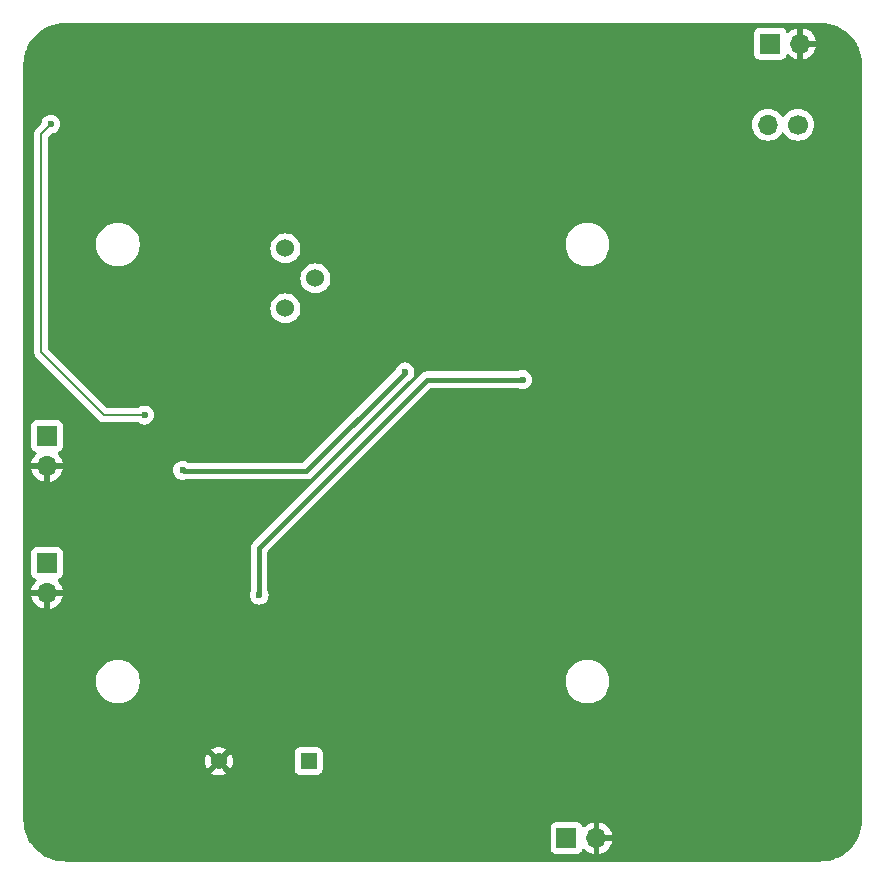
<source format=gbr>
%TF.GenerationSoftware,KiCad,Pcbnew,8.0.0*%
%TF.CreationDate,2024-06-21T16:47:30+05:30*%
%TF.ProjectId,HV_POWER_SUPPLY,48565f50-4f57-4455-925f-535550504c59,rev?*%
%TF.SameCoordinates,Original*%
%TF.FileFunction,Copper,L2,Bot*%
%TF.FilePolarity,Positive*%
%FSLAX46Y46*%
G04 Gerber Fmt 4.6, Leading zero omitted, Abs format (unit mm)*
G04 Created by KiCad (PCBNEW 8.0.0) date 2024-06-21 16:47:30*
%MOMM*%
%LPD*%
G01*
G04 APERTURE LIST*
%TA.AperFunction,ComponentPad*%
%ADD10O,1.700000X1.700000*%
%TD*%
%TA.AperFunction,ComponentPad*%
%ADD11C,1.700000*%
%TD*%
%TA.AperFunction,ComponentPad*%
%ADD12R,1.700000X1.700000*%
%TD*%
%TA.AperFunction,ComponentPad*%
%ADD13C,1.371600*%
%TD*%
%TA.AperFunction,ComponentPad*%
%ADD14R,1.371600X1.371600*%
%TD*%
%TA.AperFunction,ComponentPad*%
%ADD15C,1.524003*%
%TD*%
%TA.AperFunction,ViaPad*%
%ADD16C,0.600000*%
%TD*%
%TA.AperFunction,Conductor*%
%ADD17C,0.406400*%
%TD*%
%TA.AperFunction,Conductor*%
%ADD18C,0.200000*%
%TD*%
G04 APERTURE END LIST*
D10*
%TO.P,U14,2*%
%TO.N,Net-(J3-Pin_1)*%
X118530002Y-47117497D03*
D11*
%TO.P,U14,1,+*%
%TO.N,Net-(U14-+)*%
X121070002Y-47117497D03*
%TD*%
D10*
%TO.P,J1,2,Pin_2*%
%TO.N,GND*%
X104015000Y-107500000D03*
D12*
%TO.P,J1,1,Pin_1*%
%TO.N,IO_VREF*%
X101475000Y-107500000D03*
%TD*%
D10*
%TO.P,J3,2,Pin_2*%
%TO.N,GND*%
X121265000Y-40250000D03*
D12*
%TO.P,J3,1,Pin_1*%
%TO.N,Net-(J3-Pin_1)*%
X118725000Y-40250000D03*
%TD*%
D13*
%TO.P,U16,2,2*%
%TO.N,GND*%
X72033250Y-101000000D03*
D14*
%TO.P,U16,1,1*%
%TO.N,Net-(D4-C)*%
X79633250Y-101000000D03*
%TD*%
D15*
%TO.P,R8,3,3*%
%TO.N,Net-(R10-Pad2)*%
X77679997Y-62670002D03*
%TO.P,R8,2,2*%
%TO.N,/POT_METER*%
X80220003Y-60129997D03*
%TO.P,R8,1,1*%
%TO.N,Net-(R7-Pad2)*%
X77679997Y-57589992D03*
%TD*%
D10*
%TO.P,J4,2,Pin_2*%
%TO.N,GND*%
X57500000Y-76000000D03*
D12*
%TO.P,J4,1,Pin_1*%
%TO.N,/Page 2/HV_PG*%
X57500000Y-73460000D03*
%TD*%
D10*
%TO.P,J2,2,Pin_2*%
%TO.N,GND*%
X57500000Y-86750000D03*
D12*
%TO.P,J2,1,Pin_1*%
%TO.N,SYS_5V*%
X57500000Y-84210000D03*
%TD*%
D16*
%TO.N,GND*%
X112500000Y-66250000D03*
X110900000Y-83900000D03*
X69150000Y-81000000D03*
X74675000Y-65625000D03*
X88300000Y-84300000D03*
X59500000Y-56550000D03*
X84400000Y-100872593D03*
X112500000Y-65050000D03*
X112050000Y-93550000D03*
X88300000Y-83100000D03*
X91000000Y-95373700D03*
X99350000Y-72325121D03*
X84400000Y-84485077D03*
X69300000Y-83000000D03*
X77650000Y-84750000D03*
X59000000Y-92350000D03*
X58300000Y-55350000D03*
X57800000Y-92300000D03*
X112050000Y-94750000D03*
X105100000Y-86075000D03*
X76400000Y-75300000D03*
X113700000Y-65100000D03*
X91650000Y-70200000D03*
X59500000Y-55400000D03*
X89500000Y-84300000D03*
X75750000Y-80400000D03*
X84600000Y-61800000D03*
X113700000Y-66250000D03*
X77950000Y-82175005D03*
X57800000Y-93500000D03*
X58300000Y-56550000D03*
X76500000Y-77500000D03*
X113250000Y-94750000D03*
X89500000Y-83150000D03*
X109752584Y-77797416D03*
X99200000Y-79364999D03*
X96200000Y-82400000D03*
X94050000Y-100550000D03*
X59000000Y-93500000D03*
X86750000Y-104150000D03*
X59200000Y-50100000D03*
X94362500Y-106600000D03*
X113250000Y-93600000D03*
%TO.N,SYS_5V*%
X68975000Y-76375000D03*
X87800000Y-68050000D03*
%TO.N,/SW_NODE*%
X57813799Y-47063799D03*
X65750000Y-71700000D03*
%TO.N,BOOST_EN*%
X75450000Y-86950000D03*
X97750000Y-68700000D03*
%TD*%
D17*
%TO.N,SYS_5V*%
X68975000Y-76375000D02*
X69050000Y-76450000D01*
X69050000Y-76450000D02*
X79450000Y-76450000D01*
X87800000Y-68100000D02*
X87800000Y-68050000D01*
X79450000Y-76450000D02*
X87800000Y-68100000D01*
D18*
%TO.N,/SW_NODE*%
X57000000Y-66400000D02*
X57000000Y-47877598D01*
X62300000Y-71700000D02*
X57000000Y-66400000D01*
X65750000Y-71700000D02*
X62300000Y-71700000D01*
X57000000Y-47877598D02*
X57813799Y-47063799D01*
D17*
%TO.N,BOOST_EN*%
X75450000Y-86950000D02*
X75450000Y-82950000D01*
X75450000Y-82950000D02*
X89700000Y-68700000D01*
X89700000Y-68700000D02*
X97750000Y-68700000D01*
%TD*%
%TA.AperFunction,Conductor*%
%TO.N,GND*%
G36*
X123003032Y-38500648D02*
G01*
X123336929Y-38517052D01*
X123349037Y-38518245D01*
X123452146Y-38533539D01*
X123676699Y-38566849D01*
X123688617Y-38569219D01*
X124009951Y-38649709D01*
X124021588Y-38653240D01*
X124092806Y-38678722D01*
X124333467Y-38764832D01*
X124344688Y-38769479D01*
X124644163Y-38911120D01*
X124654871Y-38916844D01*
X124921074Y-39076400D01*
X124938988Y-39087137D01*
X124949103Y-39093895D01*
X125035092Y-39157669D01*
X125215170Y-39291224D01*
X125224576Y-39298944D01*
X125470013Y-39521395D01*
X125478604Y-39529986D01*
X125665755Y-39736475D01*
X125701055Y-39775423D01*
X125708775Y-39784829D01*
X125906102Y-40050893D01*
X125912862Y-40061011D01*
X126041776Y-40276092D01*
X126083148Y-40345116D01*
X126088883Y-40355844D01*
X126228055Y-40650099D01*
X126230514Y-40655297D01*
X126235170Y-40666540D01*
X126346759Y-40978411D01*
X126350292Y-40990055D01*
X126430777Y-41311369D01*
X126433151Y-41323305D01*
X126481754Y-41650962D01*
X126482947Y-41663071D01*
X126499351Y-41996966D01*
X126499500Y-42003051D01*
X126499500Y-105996948D01*
X126499351Y-106003033D01*
X126482947Y-106336928D01*
X126481754Y-106349037D01*
X126433151Y-106676694D01*
X126430777Y-106688630D01*
X126350292Y-107009944D01*
X126346759Y-107021588D01*
X126235170Y-107333459D01*
X126230514Y-107344702D01*
X126088885Y-107644151D01*
X126083148Y-107654883D01*
X125912862Y-107938988D01*
X125906102Y-107949106D01*
X125708775Y-108215170D01*
X125701055Y-108224576D01*
X125478611Y-108470006D01*
X125470006Y-108478611D01*
X125224576Y-108701055D01*
X125215170Y-108708775D01*
X124949106Y-108906102D01*
X124938988Y-108912862D01*
X124654883Y-109083148D01*
X124644151Y-109088885D01*
X124344702Y-109230514D01*
X124333459Y-109235170D01*
X124021588Y-109346759D01*
X124009944Y-109350292D01*
X123688630Y-109430777D01*
X123676694Y-109433151D01*
X123349037Y-109481754D01*
X123336928Y-109482947D01*
X123021989Y-109498419D01*
X123003031Y-109499351D01*
X122996949Y-109499500D01*
X59003051Y-109499500D01*
X58996968Y-109499351D01*
X58976900Y-109498365D01*
X58663071Y-109482947D01*
X58650962Y-109481754D01*
X58323305Y-109433151D01*
X58311369Y-109430777D01*
X57990055Y-109350292D01*
X57978411Y-109346759D01*
X57666540Y-109235170D01*
X57655301Y-109230515D01*
X57355844Y-109088883D01*
X57345121Y-109083150D01*
X57061011Y-108912862D01*
X57050893Y-108906102D01*
X56784829Y-108708775D01*
X56775423Y-108701055D01*
X56595635Y-108538105D01*
X56529986Y-108478604D01*
X56521395Y-108470013D01*
X56456008Y-108397870D01*
X100124500Y-108397870D01*
X100124501Y-108397876D01*
X100130908Y-108457483D01*
X100181202Y-108592328D01*
X100181206Y-108592335D01*
X100267452Y-108707544D01*
X100267455Y-108707547D01*
X100382664Y-108793793D01*
X100382671Y-108793797D01*
X100517517Y-108844091D01*
X100517516Y-108844091D01*
X100524444Y-108844835D01*
X100577127Y-108850500D01*
X102372872Y-108850499D01*
X102432483Y-108844091D01*
X102567331Y-108793796D01*
X102682546Y-108707546D01*
X102768796Y-108592331D01*
X102818002Y-108460401D01*
X102859872Y-108404468D01*
X102925337Y-108380050D01*
X102993610Y-108394901D01*
X103021865Y-108416053D01*
X103143917Y-108538105D01*
X103337421Y-108673600D01*
X103551507Y-108773429D01*
X103551516Y-108773433D01*
X103765000Y-108830634D01*
X103765000Y-107933012D01*
X103822007Y-107965925D01*
X103949174Y-108000000D01*
X104080826Y-108000000D01*
X104207993Y-107965925D01*
X104265000Y-107933012D01*
X104265000Y-108830633D01*
X104478483Y-108773433D01*
X104478492Y-108773429D01*
X104692578Y-108673600D01*
X104886082Y-108538105D01*
X105053105Y-108371082D01*
X105188600Y-108177578D01*
X105288429Y-107963492D01*
X105288432Y-107963486D01*
X105345636Y-107750000D01*
X104448012Y-107750000D01*
X104480925Y-107692993D01*
X104515000Y-107565826D01*
X104515000Y-107434174D01*
X104480925Y-107307007D01*
X104448012Y-107250000D01*
X105345636Y-107250000D01*
X105345635Y-107249999D01*
X105288432Y-107036513D01*
X105288429Y-107036507D01*
X105188600Y-106822422D01*
X105188599Y-106822420D01*
X105053113Y-106628926D01*
X105053108Y-106628920D01*
X104886082Y-106461894D01*
X104692578Y-106326399D01*
X104478492Y-106226570D01*
X104478486Y-106226567D01*
X104265000Y-106169364D01*
X104265000Y-107066988D01*
X104207993Y-107034075D01*
X104080826Y-107000000D01*
X103949174Y-107000000D01*
X103822007Y-107034075D01*
X103765000Y-107066988D01*
X103765000Y-106169364D01*
X103764999Y-106169364D01*
X103551513Y-106226567D01*
X103551507Y-106226570D01*
X103337422Y-106326399D01*
X103337420Y-106326400D01*
X103143926Y-106461886D01*
X103021865Y-106583947D01*
X102960542Y-106617431D01*
X102890850Y-106612447D01*
X102834917Y-106570575D01*
X102818002Y-106539598D01*
X102768797Y-106407671D01*
X102768793Y-106407664D01*
X102682547Y-106292455D01*
X102682544Y-106292452D01*
X102567335Y-106206206D01*
X102567328Y-106206202D01*
X102432482Y-106155908D01*
X102432483Y-106155908D01*
X102372883Y-106149501D01*
X102372881Y-106149500D01*
X102372873Y-106149500D01*
X102372864Y-106149500D01*
X100577129Y-106149500D01*
X100577123Y-106149501D01*
X100517516Y-106155908D01*
X100382671Y-106206202D01*
X100382664Y-106206206D01*
X100267455Y-106292452D01*
X100267452Y-106292455D01*
X100181206Y-106407664D01*
X100181202Y-106407671D01*
X100130908Y-106542517D01*
X100124501Y-106602116D01*
X100124500Y-106602135D01*
X100124500Y-108397870D01*
X56456008Y-108397870D01*
X56298944Y-108224576D01*
X56291224Y-108215170D01*
X56106371Y-107965925D01*
X56093895Y-107949103D01*
X56087137Y-107938988D01*
X56008031Y-107807007D01*
X55916844Y-107654871D01*
X55911120Y-107644163D01*
X55769479Y-107344688D01*
X55764829Y-107333459D01*
X55755364Y-107307007D01*
X55653240Y-107021588D01*
X55649707Y-107009944D01*
X55569219Y-106688617D01*
X55566848Y-106676694D01*
X55559762Y-106628926D01*
X55518245Y-106349037D01*
X55517052Y-106336927D01*
X55500649Y-106003032D01*
X55500500Y-105996948D01*
X55500500Y-101000000D01*
X70842370Y-101000000D01*
X70862646Y-101218819D01*
X70922788Y-101430200D01*
X70922789Y-101430201D01*
X71020737Y-101626908D01*
X71020744Y-101626920D01*
X71034525Y-101645168D01*
X71605971Y-101073723D01*
X71630876Y-101166669D01*
X71687724Y-101265131D01*
X71768119Y-101345526D01*
X71866581Y-101402374D01*
X71959524Y-101427277D01*
X71390236Y-101996565D01*
X71390237Y-101996566D01*
X71502425Y-102066030D01*
X71502431Y-102066032D01*
X71707351Y-102145418D01*
X71923371Y-102185800D01*
X72143129Y-102185800D01*
X72359147Y-102145418D01*
X72359148Y-102145418D01*
X72564070Y-102066032D01*
X72564071Y-102066031D01*
X72676262Y-101996565D01*
X72413367Y-101733670D01*
X78446950Y-101733670D01*
X78446951Y-101733676D01*
X78453358Y-101793283D01*
X78503652Y-101928128D01*
X78503656Y-101928135D01*
X78589902Y-102043344D01*
X78589905Y-102043347D01*
X78705114Y-102129593D01*
X78705121Y-102129597D01*
X78839967Y-102179891D01*
X78839966Y-102179891D01*
X78846894Y-102180635D01*
X78899577Y-102186300D01*
X80366922Y-102186299D01*
X80426533Y-102179891D01*
X80561381Y-102129596D01*
X80676596Y-102043346D01*
X80762846Y-101928131D01*
X80813141Y-101793283D01*
X80819550Y-101733673D01*
X80819549Y-100266328D01*
X80813141Y-100206717D01*
X80762846Y-100071869D01*
X80762845Y-100071868D01*
X80762843Y-100071864D01*
X80676597Y-99956655D01*
X80676594Y-99956652D01*
X80561385Y-99870406D01*
X80561378Y-99870402D01*
X80426532Y-99820108D01*
X80426533Y-99820108D01*
X80366933Y-99813701D01*
X80366931Y-99813700D01*
X80366923Y-99813700D01*
X80366914Y-99813700D01*
X78899579Y-99813700D01*
X78899573Y-99813701D01*
X78839966Y-99820108D01*
X78705121Y-99870402D01*
X78705114Y-99870406D01*
X78589905Y-99956652D01*
X78589902Y-99956655D01*
X78503656Y-100071864D01*
X78503652Y-100071871D01*
X78453358Y-100206717D01*
X78446951Y-100266316D01*
X78446951Y-100266323D01*
X78446950Y-100266335D01*
X78446950Y-101733670D01*
X72413367Y-101733670D01*
X72106975Y-101427277D01*
X72199919Y-101402374D01*
X72298381Y-101345526D01*
X72378776Y-101265131D01*
X72435624Y-101166669D01*
X72460527Y-101073724D01*
X73031972Y-101645168D01*
X73031973Y-101645168D01*
X73045755Y-101626920D01*
X73045757Y-101626915D01*
X73143711Y-101430198D01*
X73203853Y-101218819D01*
X73224130Y-101000000D01*
X73224130Y-100999999D01*
X73203853Y-100781180D01*
X73143711Y-100569799D01*
X73143710Y-100569798D01*
X73045761Y-100373088D01*
X73045756Y-100373081D01*
X73031972Y-100354829D01*
X72460527Y-100926274D01*
X72435624Y-100833331D01*
X72378776Y-100734869D01*
X72298381Y-100654474D01*
X72199919Y-100597626D01*
X72106974Y-100572722D01*
X72676262Y-100003433D01*
X72676261Y-100003432D01*
X72564074Y-99933970D01*
X72564068Y-99933967D01*
X72359148Y-99854581D01*
X72143129Y-99814200D01*
X71923371Y-99814200D01*
X71707352Y-99854581D01*
X71707351Y-99854581D01*
X71502432Y-99933966D01*
X71390236Y-100003433D01*
X71959525Y-100572721D01*
X71866581Y-100597626D01*
X71768119Y-100654474D01*
X71687724Y-100734869D01*
X71630876Y-100833331D01*
X71605972Y-100926275D01*
X71034526Y-100354829D01*
X71020747Y-100373075D01*
X71020739Y-100373088D01*
X70922788Y-100569801D01*
X70862646Y-100781180D01*
X70842370Y-100999999D01*
X70842370Y-101000000D01*
X55500500Y-101000000D01*
X55500500Y-94371288D01*
X61649500Y-94371288D01*
X61681161Y-94611785D01*
X61743947Y-94846104D01*
X61836773Y-95070205D01*
X61836776Y-95070212D01*
X61958064Y-95280289D01*
X61958066Y-95280292D01*
X61958067Y-95280293D01*
X62105733Y-95472736D01*
X62105739Y-95472743D01*
X62277256Y-95644260D01*
X62277262Y-95644265D01*
X62469711Y-95791936D01*
X62679788Y-95913224D01*
X62903900Y-96006054D01*
X63138211Y-96068838D01*
X63318586Y-96092584D01*
X63378711Y-96100500D01*
X63378712Y-96100500D01*
X63621289Y-96100500D01*
X63669388Y-96094167D01*
X63861789Y-96068838D01*
X64096100Y-96006054D01*
X64320212Y-95913224D01*
X64530289Y-95791936D01*
X64722738Y-95644265D01*
X64894265Y-95472738D01*
X65041936Y-95280289D01*
X65163224Y-95070212D01*
X65256054Y-94846100D01*
X65318838Y-94611789D01*
X65350500Y-94371288D01*
X101399500Y-94371288D01*
X101431161Y-94611785D01*
X101493947Y-94846104D01*
X101586773Y-95070205D01*
X101586776Y-95070212D01*
X101708064Y-95280289D01*
X101708066Y-95280292D01*
X101708067Y-95280293D01*
X101855733Y-95472736D01*
X101855739Y-95472743D01*
X102027256Y-95644260D01*
X102027262Y-95644265D01*
X102219711Y-95791936D01*
X102429788Y-95913224D01*
X102653900Y-96006054D01*
X102888211Y-96068838D01*
X103068586Y-96092584D01*
X103128711Y-96100500D01*
X103128712Y-96100500D01*
X103371289Y-96100500D01*
X103419388Y-96094167D01*
X103611789Y-96068838D01*
X103846100Y-96006054D01*
X104070212Y-95913224D01*
X104280289Y-95791936D01*
X104472738Y-95644265D01*
X104644265Y-95472738D01*
X104791936Y-95280289D01*
X104913224Y-95070212D01*
X105006054Y-94846100D01*
X105068838Y-94611789D01*
X105100500Y-94371288D01*
X105100500Y-94128712D01*
X105068838Y-93888211D01*
X105006054Y-93653900D01*
X104913224Y-93429788D01*
X104791936Y-93219711D01*
X104644265Y-93027262D01*
X104644260Y-93027256D01*
X104472743Y-92855739D01*
X104472736Y-92855733D01*
X104280293Y-92708067D01*
X104280292Y-92708066D01*
X104280289Y-92708064D01*
X104070212Y-92586776D01*
X104070205Y-92586773D01*
X103846104Y-92493947D01*
X103611785Y-92431161D01*
X103371289Y-92399500D01*
X103371288Y-92399500D01*
X103128712Y-92399500D01*
X103128711Y-92399500D01*
X102888214Y-92431161D01*
X102653895Y-92493947D01*
X102429794Y-92586773D01*
X102429785Y-92586777D01*
X102219706Y-92708067D01*
X102027263Y-92855733D01*
X102027256Y-92855739D01*
X101855739Y-93027256D01*
X101855733Y-93027263D01*
X101708067Y-93219706D01*
X101586777Y-93429785D01*
X101586773Y-93429794D01*
X101493947Y-93653895D01*
X101431161Y-93888214D01*
X101399500Y-94128711D01*
X101399500Y-94371288D01*
X65350500Y-94371288D01*
X65350500Y-94128712D01*
X65318838Y-93888211D01*
X65256054Y-93653900D01*
X65163224Y-93429788D01*
X65041936Y-93219711D01*
X64894265Y-93027262D01*
X64894260Y-93027256D01*
X64722743Y-92855739D01*
X64722736Y-92855733D01*
X64530293Y-92708067D01*
X64530292Y-92708066D01*
X64530289Y-92708064D01*
X64320212Y-92586776D01*
X64320205Y-92586773D01*
X64096104Y-92493947D01*
X63861785Y-92431161D01*
X63621289Y-92399500D01*
X63621288Y-92399500D01*
X63378712Y-92399500D01*
X63378711Y-92399500D01*
X63138214Y-92431161D01*
X62903895Y-92493947D01*
X62679794Y-92586773D01*
X62679785Y-92586777D01*
X62469706Y-92708067D01*
X62277263Y-92855733D01*
X62277256Y-92855739D01*
X62105739Y-93027256D01*
X62105733Y-93027263D01*
X61958067Y-93219706D01*
X61836777Y-93429785D01*
X61836773Y-93429794D01*
X61743947Y-93653895D01*
X61681161Y-93888214D01*
X61649500Y-94128711D01*
X61649500Y-94371288D01*
X55500500Y-94371288D01*
X55500500Y-85107870D01*
X56149500Y-85107870D01*
X56149501Y-85107876D01*
X56155908Y-85167483D01*
X56206202Y-85302328D01*
X56206206Y-85302335D01*
X56292452Y-85417544D01*
X56292455Y-85417547D01*
X56407664Y-85503793D01*
X56407671Y-85503797D01*
X56407674Y-85503798D01*
X56539598Y-85553002D01*
X56595531Y-85594873D01*
X56619949Y-85660337D01*
X56605098Y-85728610D01*
X56583947Y-85756865D01*
X56461886Y-85878926D01*
X56326400Y-86072420D01*
X56326399Y-86072422D01*
X56226570Y-86286507D01*
X56226567Y-86286513D01*
X56169364Y-86499999D01*
X56169364Y-86500000D01*
X57066988Y-86500000D01*
X57034075Y-86557007D01*
X57000000Y-86684174D01*
X57000000Y-86815826D01*
X57034075Y-86942993D01*
X57066988Y-87000000D01*
X56169364Y-87000000D01*
X56226567Y-87213486D01*
X56226570Y-87213492D01*
X56326399Y-87427578D01*
X56461894Y-87621082D01*
X56628917Y-87788105D01*
X56822421Y-87923600D01*
X57036507Y-88023429D01*
X57036516Y-88023433D01*
X57250000Y-88080634D01*
X57250000Y-87183012D01*
X57307007Y-87215925D01*
X57434174Y-87250000D01*
X57565826Y-87250000D01*
X57692993Y-87215925D01*
X57750000Y-87183012D01*
X57750000Y-88080633D01*
X57963483Y-88023433D01*
X57963492Y-88023429D01*
X58177578Y-87923600D01*
X58371082Y-87788105D01*
X58538105Y-87621082D01*
X58673600Y-87427578D01*
X58773429Y-87213492D01*
X58773432Y-87213486D01*
X58830636Y-87000000D01*
X57933012Y-87000000D01*
X57961878Y-86950003D01*
X74644435Y-86950003D01*
X74664630Y-87129249D01*
X74664631Y-87129254D01*
X74724211Y-87299523D01*
X74804674Y-87427578D01*
X74820184Y-87452262D01*
X74947738Y-87579816D01*
X75100478Y-87675789D01*
X75270745Y-87735368D01*
X75270750Y-87735369D01*
X75449996Y-87755565D01*
X75450000Y-87755565D01*
X75450004Y-87755565D01*
X75629249Y-87735369D01*
X75629252Y-87735368D01*
X75629255Y-87735368D01*
X75799522Y-87675789D01*
X75952262Y-87579816D01*
X76079816Y-87452262D01*
X76175789Y-87299522D01*
X76235368Y-87129255D01*
X76235369Y-87129249D01*
X76255565Y-86950003D01*
X76255565Y-86949996D01*
X76235369Y-86770750D01*
X76235366Y-86770737D01*
X76175789Y-86600478D01*
X76172704Y-86595567D01*
X76153700Y-86529599D01*
X76153700Y-83292844D01*
X76173385Y-83225805D01*
X76190019Y-83205163D01*
X89955163Y-69440019D01*
X90016486Y-69406534D01*
X90042844Y-69403700D01*
X97329601Y-69403700D01*
X97395571Y-69422705D01*
X97400478Y-69425789D01*
X97400481Y-69425790D01*
X97570745Y-69485368D01*
X97570750Y-69485369D01*
X97749996Y-69505565D01*
X97750000Y-69505565D01*
X97750004Y-69505565D01*
X97929249Y-69485369D01*
X97929252Y-69485368D01*
X97929255Y-69485368D01*
X98099522Y-69425789D01*
X98252262Y-69329816D01*
X98379816Y-69202262D01*
X98475789Y-69049522D01*
X98535368Y-68879255D01*
X98555565Y-68700000D01*
X98538919Y-68552262D01*
X98535369Y-68520750D01*
X98535368Y-68520745D01*
X98475789Y-68350478D01*
X98379816Y-68197738D01*
X98252262Y-68070184D01*
X98220144Y-68050003D01*
X98099523Y-67974211D01*
X97929254Y-67914631D01*
X97929249Y-67914630D01*
X97750004Y-67894435D01*
X97749996Y-67894435D01*
X97570750Y-67914630D01*
X97570745Y-67914631D01*
X97400481Y-67974209D01*
X97400478Y-67974211D01*
X97395571Y-67977294D01*
X97329601Y-67996300D01*
X89630689Y-67996300D01*
X89494743Y-68023341D01*
X89494733Y-68023344D01*
X89366676Y-68076386D01*
X89251416Y-68153400D01*
X89207080Y-68197737D01*
X89153400Y-68251417D01*
X89153397Y-68251420D01*
X75001420Y-82403397D01*
X75001417Y-82403400D01*
X74952408Y-82452408D01*
X74903400Y-82501416D01*
X74826386Y-82616676D01*
X74773343Y-82744735D01*
X74773341Y-82744743D01*
X74746299Y-82880689D01*
X74746299Y-83025421D01*
X74746300Y-83025442D01*
X74746300Y-86529599D01*
X74727296Y-86595567D01*
X74724210Y-86600478D01*
X74664633Y-86770737D01*
X74664630Y-86770750D01*
X74644435Y-86949996D01*
X74644435Y-86950003D01*
X57961878Y-86950003D01*
X57965925Y-86942993D01*
X58000000Y-86815826D01*
X58000000Y-86684174D01*
X57965925Y-86557007D01*
X57933012Y-86500000D01*
X58830636Y-86500000D01*
X58830635Y-86499999D01*
X58773432Y-86286513D01*
X58773429Y-86286507D01*
X58673600Y-86072422D01*
X58673599Y-86072420D01*
X58538113Y-85878926D01*
X58538108Y-85878920D01*
X58416053Y-85756865D01*
X58382568Y-85695542D01*
X58387552Y-85625850D01*
X58429424Y-85569917D01*
X58460400Y-85553002D01*
X58592331Y-85503796D01*
X58707546Y-85417546D01*
X58793796Y-85302331D01*
X58844091Y-85167483D01*
X58850500Y-85107873D01*
X58850499Y-83312128D01*
X58844091Y-83252517D01*
X58839975Y-83241482D01*
X58793797Y-83117671D01*
X58793793Y-83117664D01*
X58707547Y-83002455D01*
X58707544Y-83002452D01*
X58592335Y-82916206D01*
X58592328Y-82916202D01*
X58457482Y-82865908D01*
X58457483Y-82865908D01*
X58397883Y-82859501D01*
X58397881Y-82859500D01*
X58397873Y-82859500D01*
X58397864Y-82859500D01*
X56602129Y-82859500D01*
X56602123Y-82859501D01*
X56542516Y-82865908D01*
X56407671Y-82916202D01*
X56407664Y-82916206D01*
X56292455Y-83002452D01*
X56292452Y-83002455D01*
X56206206Y-83117664D01*
X56206202Y-83117671D01*
X56155908Y-83252517D01*
X56151573Y-83292844D01*
X56149501Y-83312123D01*
X56149500Y-83312135D01*
X56149500Y-85107870D01*
X55500500Y-85107870D01*
X55500500Y-74357870D01*
X56149500Y-74357870D01*
X56149501Y-74357876D01*
X56155908Y-74417483D01*
X56206202Y-74552328D01*
X56206206Y-74552335D01*
X56292452Y-74667544D01*
X56292455Y-74667547D01*
X56407664Y-74753793D01*
X56407671Y-74753797D01*
X56407674Y-74753798D01*
X56539598Y-74803002D01*
X56595531Y-74844873D01*
X56619949Y-74910337D01*
X56605098Y-74978610D01*
X56583947Y-75006865D01*
X56461886Y-75128926D01*
X56326400Y-75322420D01*
X56326399Y-75322422D01*
X56226570Y-75536507D01*
X56226567Y-75536513D01*
X56169364Y-75749999D01*
X56169364Y-75750000D01*
X57066988Y-75750000D01*
X57034075Y-75807007D01*
X57000000Y-75934174D01*
X57000000Y-76065826D01*
X57034075Y-76192993D01*
X57066988Y-76250000D01*
X56169364Y-76250000D01*
X56226567Y-76463486D01*
X56226570Y-76463492D01*
X56326399Y-76677578D01*
X56461894Y-76871082D01*
X56628917Y-77038105D01*
X56822421Y-77173600D01*
X57036507Y-77273429D01*
X57036516Y-77273433D01*
X57250000Y-77330634D01*
X57250000Y-76433012D01*
X57307007Y-76465925D01*
X57434174Y-76500000D01*
X57565826Y-76500000D01*
X57692993Y-76465925D01*
X57750000Y-76433012D01*
X57750000Y-77330633D01*
X57963483Y-77273433D01*
X57963492Y-77273429D01*
X58177578Y-77173600D01*
X58371082Y-77038105D01*
X58538105Y-76871082D01*
X58673600Y-76677578D01*
X58773429Y-76463492D01*
X58773432Y-76463486D01*
X58797141Y-76375003D01*
X68169435Y-76375003D01*
X68189630Y-76554249D01*
X68189631Y-76554254D01*
X68249211Y-76724523D01*
X68341301Y-76871082D01*
X68345184Y-76877262D01*
X68472738Y-77004816D01*
X68525717Y-77038105D01*
X68582224Y-77073611D01*
X68625478Y-77100789D01*
X68776689Y-77153700D01*
X68795745Y-77160368D01*
X68795750Y-77160369D01*
X68974996Y-77180565D01*
X68975000Y-77180565D01*
X68975004Y-77180565D01*
X69154246Y-77160369D01*
X69154245Y-77160369D01*
X69154255Y-77160368D01*
X69154263Y-77160364D01*
X69161039Y-77158819D01*
X69161158Y-77159343D01*
X69194379Y-77153700D01*
X79374558Y-77153700D01*
X79374578Y-77153701D01*
X79380692Y-77153701D01*
X79519310Y-77153701D01*
X79610768Y-77135507D01*
X79655262Y-77126657D01*
X79717716Y-77100788D01*
X79783323Y-77073613D01*
X79783324Y-77073612D01*
X79783327Y-77073611D01*
X79898583Y-76996600D01*
X79996600Y-76898583D01*
X79996601Y-76898581D01*
X80003667Y-76891515D01*
X80003670Y-76891511D01*
X88083163Y-68812017D01*
X88129889Y-68782658D01*
X88149522Y-68775789D01*
X88302262Y-68679816D01*
X88429816Y-68552262D01*
X88525789Y-68399522D01*
X88585368Y-68229255D01*
X88588919Y-68197738D01*
X88605565Y-68050003D01*
X88605565Y-68049996D01*
X88585369Y-67870750D01*
X88585368Y-67870745D01*
X88525788Y-67700476D01*
X88429815Y-67547737D01*
X88302262Y-67420184D01*
X88149523Y-67324211D01*
X87979254Y-67264631D01*
X87979249Y-67264630D01*
X87800004Y-67244435D01*
X87799996Y-67244435D01*
X87620750Y-67264630D01*
X87620745Y-67264631D01*
X87450476Y-67324211D01*
X87297737Y-67420184D01*
X87170184Y-67547737D01*
X87074210Y-67700478D01*
X87013516Y-67873934D01*
X86984155Y-67920661D01*
X79194837Y-75709981D01*
X79133514Y-75743466D01*
X79107156Y-75746300D01*
X69514762Y-75746300D01*
X69448790Y-75727294D01*
X69324523Y-75649211D01*
X69154254Y-75589631D01*
X69154249Y-75589630D01*
X68975004Y-75569435D01*
X68974996Y-75569435D01*
X68795750Y-75589630D01*
X68795745Y-75589631D01*
X68625476Y-75649211D01*
X68472737Y-75745184D01*
X68345184Y-75872737D01*
X68249211Y-76025476D01*
X68189631Y-76195745D01*
X68189630Y-76195750D01*
X68169435Y-76374996D01*
X68169435Y-76375003D01*
X58797141Y-76375003D01*
X58830636Y-76250000D01*
X57933012Y-76250000D01*
X57965925Y-76192993D01*
X58000000Y-76065826D01*
X58000000Y-75934174D01*
X57965925Y-75807007D01*
X57933012Y-75750000D01*
X58830636Y-75750000D01*
X58830635Y-75749999D01*
X58773432Y-75536513D01*
X58773429Y-75536507D01*
X58673600Y-75322422D01*
X58673599Y-75322420D01*
X58538113Y-75128926D01*
X58538108Y-75128920D01*
X58416053Y-75006865D01*
X58382568Y-74945542D01*
X58387552Y-74875850D01*
X58429424Y-74819917D01*
X58460400Y-74803002D01*
X58592331Y-74753796D01*
X58707546Y-74667546D01*
X58793796Y-74552331D01*
X58844091Y-74417483D01*
X58850500Y-74357873D01*
X58850499Y-72562128D01*
X58844091Y-72502517D01*
X58837695Y-72485369D01*
X58793797Y-72367671D01*
X58793793Y-72367664D01*
X58707547Y-72252455D01*
X58707544Y-72252452D01*
X58592335Y-72166206D01*
X58592328Y-72166202D01*
X58457482Y-72115908D01*
X58457483Y-72115908D01*
X58397883Y-72109501D01*
X58397881Y-72109500D01*
X58397873Y-72109500D01*
X58397864Y-72109500D01*
X56602129Y-72109500D01*
X56602123Y-72109501D01*
X56542516Y-72115908D01*
X56407671Y-72166202D01*
X56407664Y-72166206D01*
X56292455Y-72252452D01*
X56292452Y-72252455D01*
X56206206Y-72367664D01*
X56206202Y-72367671D01*
X56155908Y-72502517D01*
X56149501Y-72562116D01*
X56149501Y-72562123D01*
X56149500Y-72562135D01*
X56149500Y-74357870D01*
X55500500Y-74357870D01*
X55500500Y-66479054D01*
X56399498Y-66479054D01*
X56440423Y-66631785D01*
X56469358Y-66681900D01*
X56469359Y-66681904D01*
X56469360Y-66681904D01*
X56519479Y-66768714D01*
X56519481Y-66768717D01*
X56638349Y-66887585D01*
X56638355Y-66887590D01*
X61815139Y-72064374D01*
X61815149Y-72064385D01*
X61819479Y-72068715D01*
X61819480Y-72068716D01*
X61931284Y-72180520D01*
X62018095Y-72230639D01*
X62018097Y-72230641D01*
X62055875Y-72252452D01*
X62068215Y-72259577D01*
X62220943Y-72300501D01*
X62220946Y-72300501D01*
X62386653Y-72300501D01*
X62386669Y-72300500D01*
X65167588Y-72300500D01*
X65234627Y-72320185D01*
X65244903Y-72327555D01*
X65247736Y-72329814D01*
X65247738Y-72329816D01*
X65400478Y-72425789D01*
X65570745Y-72485368D01*
X65570750Y-72485369D01*
X65749996Y-72505565D01*
X65750000Y-72505565D01*
X65750004Y-72505565D01*
X65929249Y-72485369D01*
X65929252Y-72485368D01*
X65929255Y-72485368D01*
X66099522Y-72425789D01*
X66252262Y-72329816D01*
X66379816Y-72202262D01*
X66475789Y-72049522D01*
X66535368Y-71879255D01*
X66555565Y-71700000D01*
X66535368Y-71520745D01*
X66475789Y-71350478D01*
X66379816Y-71197738D01*
X66252262Y-71070184D01*
X66241117Y-71063181D01*
X66099523Y-70974211D01*
X65929254Y-70914631D01*
X65929249Y-70914630D01*
X65750004Y-70894435D01*
X65749996Y-70894435D01*
X65570750Y-70914630D01*
X65570745Y-70914631D01*
X65400476Y-70974211D01*
X65247736Y-71070185D01*
X65244903Y-71072445D01*
X65242724Y-71073334D01*
X65241842Y-71073889D01*
X65241744Y-71073734D01*
X65180217Y-71098855D01*
X65167588Y-71099500D01*
X62600097Y-71099500D01*
X62533058Y-71079815D01*
X62512416Y-71063181D01*
X57636819Y-66187584D01*
X57603334Y-66126261D01*
X57600500Y-66099903D01*
X57600500Y-62670004D01*
X76412673Y-62670004D01*
X76431925Y-62890065D01*
X76431926Y-62890072D01*
X76489103Y-63103455D01*
X76582462Y-63303664D01*
X76582464Y-63303668D01*
X76709166Y-63484617D01*
X76709171Y-63484623D01*
X76865375Y-63640827D01*
X76865381Y-63640832D01*
X77046330Y-63767534D01*
X77046332Y-63767535D01*
X77046335Y-63767537D01*
X77246547Y-63860897D01*
X77459928Y-63918073D01*
X77617120Y-63931825D01*
X77679995Y-63937326D01*
X77679997Y-63937326D01*
X77679999Y-63937326D01*
X77735014Y-63932512D01*
X77900066Y-63918073D01*
X78113447Y-63860897D01*
X78313659Y-63767537D01*
X78494617Y-63640829D01*
X78650824Y-63484622D01*
X78777532Y-63303664D01*
X78870892Y-63103452D01*
X78928068Y-62890071D01*
X78947321Y-62670002D01*
X78928068Y-62449933D01*
X78870892Y-62236552D01*
X78777532Y-62036340D01*
X78777530Y-62036337D01*
X78777529Y-62036335D01*
X78650827Y-61855386D01*
X78650822Y-61855380D01*
X78494618Y-61699176D01*
X78494612Y-61699171D01*
X78313663Y-61572469D01*
X78313659Y-61572467D01*
X78113450Y-61479108D01*
X78113447Y-61479107D01*
X78023267Y-61454943D01*
X77900067Y-61421931D01*
X77900060Y-61421930D01*
X77679999Y-61402678D01*
X77679995Y-61402678D01*
X77459933Y-61421930D01*
X77459926Y-61421931D01*
X77246543Y-61479108D01*
X77046334Y-61572467D01*
X77046330Y-61572469D01*
X76865381Y-61699171D01*
X76865375Y-61699176D01*
X76709171Y-61855380D01*
X76709166Y-61855386D01*
X76582464Y-62036335D01*
X76582462Y-62036339D01*
X76489103Y-62236548D01*
X76431926Y-62449931D01*
X76431925Y-62449938D01*
X76412673Y-62669999D01*
X76412673Y-62670004D01*
X57600500Y-62670004D01*
X57600500Y-60129999D01*
X78952679Y-60129999D01*
X78971931Y-60350060D01*
X78971932Y-60350067D01*
X79029109Y-60563450D01*
X79122468Y-60763659D01*
X79122470Y-60763663D01*
X79249172Y-60944612D01*
X79249177Y-60944618D01*
X79405381Y-61100822D01*
X79405387Y-61100827D01*
X79586336Y-61227529D01*
X79586338Y-61227530D01*
X79586341Y-61227532D01*
X79786553Y-61320892D01*
X79999934Y-61378068D01*
X80157126Y-61391820D01*
X80220001Y-61397321D01*
X80220003Y-61397321D01*
X80220005Y-61397321D01*
X80275020Y-61392507D01*
X80440072Y-61378068D01*
X80653453Y-61320892D01*
X80853665Y-61227532D01*
X81034623Y-61100824D01*
X81190830Y-60944617D01*
X81317538Y-60763659D01*
X81410898Y-60563447D01*
X81468074Y-60350066D01*
X81487327Y-60129997D01*
X81468074Y-59909928D01*
X81410898Y-59696547D01*
X81317538Y-59496335D01*
X81317536Y-59496332D01*
X81317535Y-59496330D01*
X81190833Y-59315381D01*
X81190828Y-59315375D01*
X81034624Y-59159171D01*
X81034618Y-59159166D01*
X80853669Y-59032464D01*
X80853665Y-59032462D01*
X80653456Y-58939103D01*
X80653453Y-58939102D01*
X80556869Y-58913222D01*
X80440073Y-58881926D01*
X80440066Y-58881925D01*
X80220005Y-58862673D01*
X80220001Y-58862673D01*
X79999939Y-58881925D01*
X79999932Y-58881926D01*
X79786549Y-58939103D01*
X79586340Y-59032462D01*
X79586336Y-59032464D01*
X79405387Y-59159166D01*
X79405381Y-59159171D01*
X79249177Y-59315375D01*
X79249172Y-59315381D01*
X79122470Y-59496330D01*
X79122468Y-59496334D01*
X79029109Y-59696543D01*
X78971932Y-59909926D01*
X78971931Y-59909933D01*
X78952679Y-60129994D01*
X78952679Y-60129999D01*
X57600500Y-60129999D01*
X57600500Y-57371288D01*
X61649500Y-57371288D01*
X61681161Y-57611785D01*
X61743947Y-57846104D01*
X61836773Y-58070205D01*
X61836776Y-58070212D01*
X61958064Y-58280289D01*
X61958066Y-58280292D01*
X61958067Y-58280293D01*
X62105733Y-58472736D01*
X62105739Y-58472743D01*
X62277256Y-58644260D01*
X62277262Y-58644265D01*
X62469711Y-58791936D01*
X62679788Y-58913224D01*
X62903900Y-59006054D01*
X63138211Y-59068838D01*
X63318586Y-59092584D01*
X63378711Y-59100500D01*
X63378712Y-59100500D01*
X63621289Y-59100500D01*
X63669388Y-59094167D01*
X63861789Y-59068838D01*
X64096100Y-59006054D01*
X64320212Y-58913224D01*
X64530289Y-58791936D01*
X64722738Y-58644265D01*
X64894265Y-58472738D01*
X65041936Y-58280289D01*
X65163224Y-58070212D01*
X65256054Y-57846100D01*
X65318838Y-57611789D01*
X65321707Y-57589994D01*
X76412673Y-57589994D01*
X76431925Y-57810055D01*
X76431926Y-57810062D01*
X76489103Y-58023445D01*
X76582462Y-58223654D01*
X76582464Y-58223658D01*
X76709166Y-58404607D01*
X76709171Y-58404613D01*
X76865375Y-58560817D01*
X76865381Y-58560822D01*
X77046330Y-58687524D01*
X77046332Y-58687525D01*
X77046335Y-58687527D01*
X77246547Y-58780887D01*
X77459928Y-58838063D01*
X77617120Y-58851815D01*
X77679995Y-58857316D01*
X77679997Y-58857316D01*
X77679999Y-58857316D01*
X77735014Y-58852502D01*
X77900066Y-58838063D01*
X78113447Y-58780887D01*
X78313659Y-58687527D01*
X78494617Y-58560819D01*
X78650824Y-58404612D01*
X78777532Y-58223654D01*
X78870892Y-58023442D01*
X78928068Y-57810061D01*
X78945414Y-57611789D01*
X78947321Y-57589994D01*
X78947321Y-57589989D01*
X78928187Y-57371288D01*
X101399500Y-57371288D01*
X101431161Y-57611785D01*
X101493947Y-57846104D01*
X101586773Y-58070205D01*
X101586776Y-58070212D01*
X101708064Y-58280289D01*
X101708066Y-58280292D01*
X101708067Y-58280293D01*
X101855733Y-58472736D01*
X101855739Y-58472743D01*
X102027256Y-58644260D01*
X102027262Y-58644265D01*
X102219711Y-58791936D01*
X102429788Y-58913224D01*
X102653900Y-59006054D01*
X102888211Y-59068838D01*
X103068586Y-59092584D01*
X103128711Y-59100500D01*
X103128712Y-59100500D01*
X103371289Y-59100500D01*
X103419388Y-59094167D01*
X103611789Y-59068838D01*
X103846100Y-59006054D01*
X104070212Y-58913224D01*
X104280289Y-58791936D01*
X104472738Y-58644265D01*
X104644265Y-58472738D01*
X104791936Y-58280289D01*
X104913224Y-58070212D01*
X105006054Y-57846100D01*
X105068838Y-57611789D01*
X105100500Y-57371288D01*
X105100500Y-57128712D01*
X105068838Y-56888211D01*
X105006054Y-56653900D01*
X104913224Y-56429788D01*
X104791936Y-56219711D01*
X104644265Y-56027262D01*
X104644260Y-56027256D01*
X104472743Y-55855739D01*
X104472736Y-55855733D01*
X104280293Y-55708067D01*
X104280292Y-55708066D01*
X104280289Y-55708064D01*
X104070212Y-55586776D01*
X104070205Y-55586773D01*
X103846104Y-55493947D01*
X103611785Y-55431161D01*
X103371289Y-55399500D01*
X103371288Y-55399500D01*
X103128712Y-55399500D01*
X103128711Y-55399500D01*
X102888214Y-55431161D01*
X102653895Y-55493947D01*
X102429794Y-55586773D01*
X102429785Y-55586777D01*
X102219706Y-55708067D01*
X102027263Y-55855733D01*
X102027256Y-55855739D01*
X101855739Y-56027256D01*
X101855733Y-56027263D01*
X101708067Y-56219706D01*
X101586777Y-56429785D01*
X101586773Y-56429794D01*
X101493947Y-56653895D01*
X101431161Y-56888214D01*
X101399500Y-57128711D01*
X101399500Y-57371288D01*
X78928187Y-57371288D01*
X78928068Y-57369928D01*
X78928068Y-57369923D01*
X78870892Y-57156542D01*
X78777532Y-56956330D01*
X78777530Y-56956327D01*
X78777529Y-56956325D01*
X78650827Y-56775376D01*
X78650822Y-56775370D01*
X78494618Y-56619166D01*
X78494612Y-56619161D01*
X78313663Y-56492459D01*
X78313659Y-56492457D01*
X78113450Y-56399098D01*
X78113447Y-56399097D01*
X78023267Y-56374933D01*
X77900067Y-56341921D01*
X77900060Y-56341920D01*
X77679999Y-56322668D01*
X77679995Y-56322668D01*
X77459933Y-56341920D01*
X77459926Y-56341921D01*
X77246543Y-56399098D01*
X77046334Y-56492457D01*
X77046330Y-56492459D01*
X76865381Y-56619161D01*
X76865375Y-56619166D01*
X76709171Y-56775370D01*
X76709166Y-56775376D01*
X76582464Y-56956325D01*
X76582462Y-56956329D01*
X76489103Y-57156538D01*
X76431926Y-57369921D01*
X76431925Y-57369928D01*
X76412673Y-57589989D01*
X76412673Y-57589994D01*
X65321707Y-57589994D01*
X65350500Y-57371288D01*
X65350500Y-57128712D01*
X65318838Y-56888211D01*
X65256054Y-56653900D01*
X65163224Y-56429788D01*
X65041936Y-56219711D01*
X64894265Y-56027262D01*
X64894260Y-56027256D01*
X64722743Y-55855739D01*
X64722736Y-55855733D01*
X64530293Y-55708067D01*
X64530292Y-55708066D01*
X64530289Y-55708064D01*
X64320212Y-55586776D01*
X64320205Y-55586773D01*
X64096104Y-55493947D01*
X63861785Y-55431161D01*
X63621289Y-55399500D01*
X63621288Y-55399500D01*
X63378712Y-55399500D01*
X63378711Y-55399500D01*
X63138214Y-55431161D01*
X62903895Y-55493947D01*
X62679794Y-55586773D01*
X62679785Y-55586777D01*
X62469706Y-55708067D01*
X62277263Y-55855733D01*
X62277256Y-55855739D01*
X62105739Y-56027256D01*
X62105733Y-56027263D01*
X61958067Y-56219706D01*
X61836777Y-56429785D01*
X61836773Y-56429794D01*
X61743947Y-56653895D01*
X61681161Y-56888214D01*
X61649500Y-57128711D01*
X61649500Y-57371288D01*
X57600500Y-57371288D01*
X57600500Y-48177694D01*
X57620185Y-48110655D01*
X57636815Y-48090017D01*
X57832334Y-47894497D01*
X57893655Y-47861014D01*
X57906110Y-47858962D01*
X57993054Y-47849167D01*
X58163321Y-47789588D01*
X58316061Y-47693615D01*
X58443615Y-47566061D01*
X58539588Y-47413321D01*
X58599167Y-47243054D01*
X58613314Y-47117497D01*
X117174343Y-47117497D01*
X117194938Y-47352900D01*
X117194940Y-47352910D01*
X117256096Y-47581152D01*
X117256098Y-47581156D01*
X117256099Y-47581160D01*
X117308538Y-47693615D01*
X117355967Y-47795327D01*
X117355969Y-47795331D01*
X117403925Y-47863818D01*
X117491507Y-47988898D01*
X117658601Y-48155992D01*
X117689595Y-48177694D01*
X117852167Y-48291529D01*
X117852169Y-48291530D01*
X117852172Y-48291532D01*
X118066339Y-48391400D01*
X118294594Y-48452560D01*
X118482920Y-48469036D01*
X118530001Y-48473156D01*
X118530002Y-48473156D01*
X118530003Y-48473156D01*
X118569236Y-48469723D01*
X118765410Y-48452560D01*
X118993665Y-48391400D01*
X119207832Y-48291532D01*
X119401403Y-48155992D01*
X119568497Y-47988898D01*
X119698427Y-47803339D01*
X119753004Y-47759714D01*
X119822502Y-47752520D01*
X119884857Y-47784043D01*
X119901577Y-47803339D01*
X120031502Y-47988892D01*
X120031507Y-47988898D01*
X120198601Y-48155992D01*
X120229595Y-48177694D01*
X120392167Y-48291529D01*
X120392169Y-48291530D01*
X120392172Y-48291532D01*
X120606339Y-48391400D01*
X120834594Y-48452560D01*
X121022920Y-48469036D01*
X121070001Y-48473156D01*
X121070002Y-48473156D01*
X121070003Y-48473156D01*
X121109236Y-48469723D01*
X121305410Y-48452560D01*
X121533665Y-48391400D01*
X121747832Y-48291532D01*
X121941403Y-48155992D01*
X122108497Y-47988898D01*
X122244037Y-47795327D01*
X122343905Y-47581160D01*
X122405065Y-47352905D01*
X122425661Y-47117497D01*
X122405065Y-46882089D01*
X122343905Y-46653834D01*
X122244037Y-46439668D01*
X122240057Y-46433983D01*
X122108496Y-46246094D01*
X121941404Y-46079003D01*
X121941397Y-46078998D01*
X121747836Y-45943464D01*
X121747832Y-45943462D01*
X121747830Y-45943461D01*
X121533665Y-45843594D01*
X121533661Y-45843593D01*
X121533657Y-45843591D01*
X121305415Y-45782435D01*
X121305405Y-45782433D01*
X121070003Y-45761838D01*
X121070001Y-45761838D01*
X120834598Y-45782433D01*
X120834588Y-45782435D01*
X120606346Y-45843591D01*
X120606337Y-45843595D01*
X120392173Y-45943461D01*
X120392171Y-45943462D01*
X120198599Y-46079002D01*
X120031507Y-46246094D01*
X119901577Y-46431655D01*
X119847000Y-46475280D01*
X119777502Y-46482474D01*
X119715147Y-46450951D01*
X119698427Y-46431655D01*
X119568496Y-46246094D01*
X119401404Y-46079003D01*
X119401397Y-46078998D01*
X119207836Y-45943464D01*
X119207832Y-45943462D01*
X119207830Y-45943461D01*
X118993665Y-45843594D01*
X118993661Y-45843593D01*
X118993657Y-45843591D01*
X118765415Y-45782435D01*
X118765405Y-45782433D01*
X118530003Y-45761838D01*
X118530001Y-45761838D01*
X118294598Y-45782433D01*
X118294588Y-45782435D01*
X118066346Y-45843591D01*
X118066337Y-45843595D01*
X117852173Y-45943461D01*
X117852171Y-45943462D01*
X117658599Y-46079002D01*
X117491507Y-46246094D01*
X117355967Y-46439666D01*
X117355966Y-46439668D01*
X117256100Y-46653832D01*
X117256096Y-46653841D01*
X117194940Y-46882083D01*
X117194938Y-46882093D01*
X117174343Y-47117496D01*
X117174343Y-47117497D01*
X58613314Y-47117497D01*
X58619364Y-47063799D01*
X58616218Y-47035881D01*
X58599168Y-46884549D01*
X58599167Y-46884544D01*
X58539587Y-46714275D01*
X58443614Y-46561536D01*
X58316061Y-46433983D01*
X58163322Y-46338010D01*
X57993053Y-46278430D01*
X57993048Y-46278429D01*
X57813803Y-46258234D01*
X57813795Y-46258234D01*
X57634549Y-46278429D01*
X57634544Y-46278430D01*
X57464275Y-46338010D01*
X57311536Y-46433983D01*
X57183983Y-46561536D01*
X57088009Y-46714277D01*
X57028429Y-46884549D01*
X57018636Y-46971467D01*
X56991569Y-47035881D01*
X56983097Y-47045264D01*
X56631286Y-47397076D01*
X56519481Y-47508880D01*
X56519480Y-47508882D01*
X56486468Y-47566061D01*
X56440423Y-47645813D01*
X56399499Y-47798541D01*
X56399499Y-47798543D01*
X56399499Y-47966644D01*
X56399500Y-47966657D01*
X56399500Y-66313330D01*
X56399499Y-66313348D01*
X56399499Y-66479054D01*
X56399498Y-66479054D01*
X55500500Y-66479054D01*
X55500500Y-42003051D01*
X55500649Y-41996967D01*
X55517052Y-41663072D01*
X55518245Y-41650962D01*
X55525730Y-41600500D01*
X55566849Y-41323296D01*
X55569218Y-41311385D01*
X55610176Y-41147870D01*
X117374500Y-41147870D01*
X117374501Y-41147876D01*
X117380908Y-41207483D01*
X117431202Y-41342328D01*
X117431206Y-41342335D01*
X117517452Y-41457544D01*
X117517455Y-41457547D01*
X117632664Y-41543793D01*
X117632671Y-41543797D01*
X117767517Y-41594091D01*
X117767516Y-41594091D01*
X117774444Y-41594835D01*
X117827127Y-41600500D01*
X119622872Y-41600499D01*
X119682483Y-41594091D01*
X119817331Y-41543796D01*
X119932546Y-41457546D01*
X120018796Y-41342331D01*
X120068002Y-41210401D01*
X120109872Y-41154468D01*
X120175337Y-41130050D01*
X120243610Y-41144901D01*
X120271865Y-41166053D01*
X120393917Y-41288105D01*
X120587421Y-41423600D01*
X120801507Y-41523429D01*
X120801516Y-41523433D01*
X121015000Y-41580634D01*
X121015000Y-40683012D01*
X121072007Y-40715925D01*
X121199174Y-40750000D01*
X121330826Y-40750000D01*
X121457993Y-40715925D01*
X121515000Y-40683012D01*
X121515000Y-41580633D01*
X121728483Y-41523433D01*
X121728492Y-41523429D01*
X121942578Y-41423600D01*
X122136082Y-41288105D01*
X122303105Y-41121082D01*
X122438600Y-40927578D01*
X122538429Y-40713492D01*
X122538432Y-40713486D01*
X122595636Y-40500000D01*
X121698012Y-40500000D01*
X121730925Y-40442993D01*
X121765000Y-40315826D01*
X121765000Y-40184174D01*
X121730925Y-40057007D01*
X121698012Y-40000000D01*
X122595636Y-40000000D01*
X122595635Y-39999999D01*
X122538432Y-39786513D01*
X122538429Y-39786507D01*
X122438600Y-39572422D01*
X122438599Y-39572420D01*
X122303113Y-39378926D01*
X122303108Y-39378920D01*
X122136082Y-39211894D01*
X121942578Y-39076399D01*
X121728492Y-38976570D01*
X121728486Y-38976567D01*
X121515000Y-38919364D01*
X121515000Y-39816988D01*
X121457993Y-39784075D01*
X121330826Y-39750000D01*
X121199174Y-39750000D01*
X121072007Y-39784075D01*
X121015000Y-39816988D01*
X121015000Y-38919364D01*
X121014999Y-38919364D01*
X120801513Y-38976567D01*
X120801507Y-38976570D01*
X120587422Y-39076399D01*
X120587420Y-39076400D01*
X120393926Y-39211886D01*
X120271865Y-39333947D01*
X120210542Y-39367431D01*
X120140850Y-39362447D01*
X120084917Y-39320575D01*
X120068002Y-39289598D01*
X120018797Y-39157671D01*
X120018793Y-39157664D01*
X119932547Y-39042455D01*
X119932544Y-39042452D01*
X119817335Y-38956206D01*
X119817328Y-38956202D01*
X119682482Y-38905908D01*
X119682483Y-38905908D01*
X119622883Y-38899501D01*
X119622881Y-38899500D01*
X119622873Y-38899500D01*
X119622864Y-38899500D01*
X117827129Y-38899500D01*
X117827123Y-38899501D01*
X117767516Y-38905908D01*
X117632671Y-38956202D01*
X117632664Y-38956206D01*
X117517455Y-39042452D01*
X117517452Y-39042455D01*
X117431206Y-39157664D01*
X117431202Y-39157671D01*
X117380908Y-39292517D01*
X117374501Y-39352116D01*
X117374500Y-39352135D01*
X117374500Y-41147870D01*
X55610176Y-41147870D01*
X55649710Y-40990043D01*
X55653240Y-40978411D01*
X55764835Y-40666525D01*
X55769476Y-40655318D01*
X55911124Y-40355828D01*
X55916840Y-40345136D01*
X56087145Y-40060998D01*
X56093888Y-40050905D01*
X56291232Y-39784818D01*
X56298935Y-39775433D01*
X56521405Y-39529975D01*
X56529975Y-39521405D01*
X56775433Y-39298935D01*
X56784818Y-39291232D01*
X57050905Y-39093888D01*
X57060998Y-39087145D01*
X57345136Y-38916840D01*
X57355828Y-38911124D01*
X57655318Y-38769476D01*
X57666525Y-38764835D01*
X57978412Y-38653239D01*
X57990043Y-38649710D01*
X58311385Y-38569218D01*
X58323296Y-38566849D01*
X58650962Y-38518244D01*
X58663068Y-38517052D01*
X58996967Y-38500648D01*
X59003051Y-38500500D01*
X59065892Y-38500500D01*
X122934108Y-38500500D01*
X122996949Y-38500500D01*
X123003032Y-38500648D01*
G37*
%TD.AperFunction*%
%TD*%
M02*

</source>
